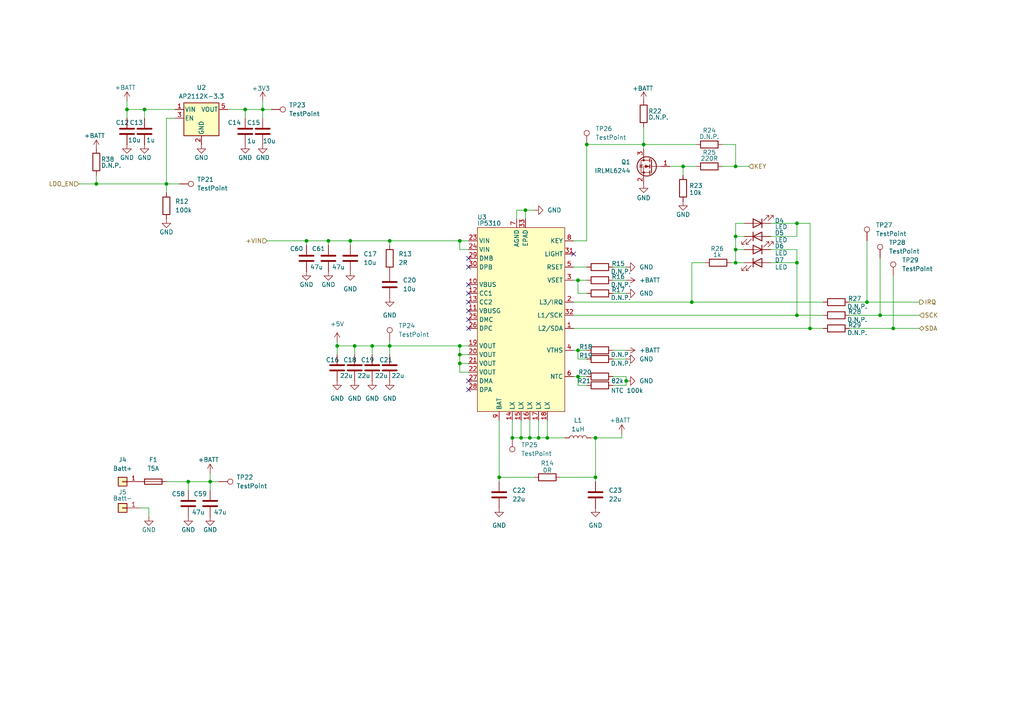
<source format=kicad_sch>
(kicad_sch (version 20231120) (generator "eeschema") (generator_version "8.0")
  (paper "A4")
  (lib_symbols
    (symbol "Connector:TestPoint" (pin_numbers hide) (pin_names (offset 0.762) hide)
      (property "Reference" "TP" (at 0 6.858 0))
      (property "Value" "TestPoint" (at 0 5.08 0))
      (symbol "TestPoint_0_1"
        (circle (center 0 3.302) (radius 0.762))
      )
      (symbol "TestPoint_1_1"
        (pin passive line (at 0 0 90) (length 2.54) (name "1") (number "1"))
      )
    )
    (symbol "Connector_Generic:Conn_01x01" (pin_names (offset 1.016) hide)
      (property "Reference" "J" (at 0 2.54 0))
      (property "Value" "Conn_01x01" (at 0 -2.54 0))
      (symbol "Conn_01x01_1_1"
        (rectangle (start -1.27 0.127) (end 0 -0.127) (stroke (width 0.1524)))
        (rectangle (start -1.27 1.27) (end 1.27 -1.27) (stroke (width 0.254)) (fill (type background)))
        (pin passive line (at -5.08 0 0) (length 3.81) (name "Pin_1") (number "1"))
      )
    )
    (symbol "Device:C" (pin_numbers hide) (pin_names (offset 0.254))
      (property "Reference" "C" (at 0.635 2.54 0))
      (property "Value" "C" (at 0.635 -2.54 0))
      (symbol "C_0_1"
        (polyline (pts (xy -2.032 -0.762) (xy 2.032 -0.762)) (stroke (width 0.508)))
        (polyline (pts (xy -2.032 0.762) (xy 2.032 0.762)) (stroke (width 0.508)))
      )
      (symbol "C_1_1"
        (pin passive line (at 0 3.81 270) (length 2.794) (name "~") (number "1"))
        (pin passive line (at 0 -3.81 90) (length 2.794) (name "~") (number "2"))
      )
    )
    (symbol "Device:Fuse" (pin_numbers hide) (pin_names (offset 0))
      (property "Reference" "F" (at 2.032 0 90))
      (property "Value" "Fuse" (at -1.905 0 90))
      (symbol "Fuse_0_1"
        (rectangle (start -0.762 -2.54) (end 0.762 2.54) (stroke (width 0.254)))
        (polyline (pts (xy 0 2.54) (xy 0 -2.54)))
      )
      (symbol "Fuse_1_1"
        (pin passive line (at 0 3.81 270) (length 1.27) (name "~") (number "1"))
        (pin passive line (at 0 -3.81 90) (length 1.27) (name "~") (number "2"))
      )
    )
    (symbol "Device:L" (pin_numbers hide) (pin_names (offset 1.016) hide)
      (property "Reference" "L" (at -1.27 0 90))
      (property "Value" "L" (at 1.905 0 90))
      (symbol "L_0_1"
        (arc (start 0 -2.54) (mid 0.6323 -1.905) (end 0 -1.27))
        (arc (start 0 -1.27) (mid 0.6323 -0.635) (end 0 0))
        (arc (start 0 0) (mid 0.6323 0.635) (end 0 1.27))
        (arc (start 0 1.27) (mid 0.6323 1.905) (end 0 2.54))
      )
      (symbol "L_1_1"
        (pin passive line (at 0 3.81 270) (length 1.27) (name "1") (number "1"))
        (pin passive line (at 0 -3.81 90) (length 1.27) (name "2") (number "2"))
      )
    )
    (symbol "Device:LED" (pin_numbers hide) (pin_names (offset 1.016) hide)
      (property "Reference" "D" (at 0 2.54 0))
      (property "Value" "LED" (at 0 -2.54 0))
      (symbol "LED_0_1"
        (polyline (pts (xy -1.27 -1.27) (xy -1.27 1.27)) (stroke (width 0.254)))
        (polyline (pts (xy -1.27 0) (xy 1.27 0)))
        (polyline (pts (xy 1.27 -1.27) (xy 1.27 1.27) (xy -1.27 0) (xy 1.27 -1.27)) (stroke (width 0.254)))
        (polyline (pts (xy -3.048 -0.762) (xy -4.572 -2.286) (xy -3.81 -2.286) (xy -4.572 -2.286) (xy -4.572 -1.524)))
        (polyline (pts (xy -1.778 -0.762) (xy -3.302 -2.286) (xy -2.54 -2.286) (xy -3.302 -2.286) (xy -3.302 -1.524)))
      )
      (symbol "LED_1_1"
        (pin passive line (at -3.81 0 0) (length 2.54) (name "K") (number "1"))
        (pin passive line (at 3.81 0 180) (length 2.54) (name "A") (number "2"))
      )
    )
    (symbol "Device:R" (pin_numbers hide) (pin_names (offset 0))
      (property "Reference" "R" (at 2.032 0 90))
      (property "Value" "R" (at 0 0 90))
      (symbol "R_0_1"
        (rectangle (start -1.016 -2.54) (end 1.016 2.54) (stroke (width 0.254)))
      )
      (symbol "R_1_1"
        (pin passive line (at 0 3.81 270) (length 1.27) (name "~") (number "1"))
        (pin passive line (at 0 -3.81 90) (length 1.27) (name "~") (number "2"))
      )
    )
    (symbol "Regulator_Linear:AP2112K-3.3" (pin_names (offset 0.254))
      (property "Reference" "U" (at -5.08 5.715 0))
      (property "Value" "AP2112K-3.3" (at 0 5.715 0))
      (symbol "AP2112K-3.3_0_1"
        (rectangle (start -5.08 4.445) (end 5.08 -5.08) (stroke (width 0.254)) (fill (type background)))
      )
      (symbol "AP2112K-3.3_1_1"
        (pin power_in line (at -7.62 2.54 0) (length 2.54) (name "VIN") (number "1"))
        (pin power_in line (at 0 -7.62 90) (length 2.54) (name "GND") (number "2"))
        (pin input line (at -7.62 0 0) (length 2.54) (name "EN") (number "3"))
        (pin no_connect line (at 5.08 0 180) (length 2.54) hide (name "NC") (number "4"))
        (pin power_out line (at 7.62 2.54 180) (length 2.54) (name "VOUT") (number "5"))
      )
    )
    (symbol "Transistor_FET:IRLML6244" (pin_names hide)
      (property "Reference" "Q" (at 5.08 1.905 0))
      (property "Value" "IRLML6244" (at 5.08 0 0))
      (symbol "IRLML6244_0_1"
        (polyline (pts (xy 0.254 0) (xy -2.54 0)))
        (polyline (pts (xy 0.254 1.905) (xy 0.254 -1.905)) (stroke (width 0.254)))
        (polyline (pts (xy 0.762 -1.27) (xy 0.762 -2.286)) (stroke (width 0.254)))
        (polyline (pts (xy 0.762 0.508) (xy 0.762 -0.508)) (stroke (width 0.254)))
        (polyline (pts (xy 0.762 2.286) (xy 0.762 1.27)) (stroke (width 0.254)))
        (polyline (pts (xy 2.54 2.54) (xy 2.54 1.778)))
        (polyline (pts (xy 2.54 -2.54) (xy 2.54 0) (xy 0.762 0)))
        (polyline (pts (xy 0.762 -1.778) (xy 3.302 -1.778) (xy 3.302 1.778) (xy 0.762 1.778)))
        (polyline (pts (xy 1.016 0) (xy 2.032 0.381) (xy 2.032 -0.381) (xy 1.016 0)) (fill (type outline)))
        (polyline (pts (xy 2.794 0.508) (xy 2.921 0.381) (xy 3.683 0.381) (xy 3.81 0.254)))
        (polyline (pts (xy 3.302 0.381) (xy 2.921 -0.254) (xy 3.683 -0.254) (xy 3.302 0.381)))
        (circle (center 1.651 0) (radius 2.794) (stroke (width 0.254)))
        (circle (center 2.54 -1.778) (radius 0.254) (fill (type outline)))
        (circle (center 2.54 1.778) (radius 0.254) (fill (type outline)))
      )
      (symbol "IRLML6244_1_1"
        (pin input line (at -5.08 0 0) (length 2.54) (name "G") (number "1"))
        (pin passive line (at 2.54 -5.08 90) (length 2.54) (name "S") (number "2"))
        (pin passive line (at 2.54 5.08 270) (length 2.54) (name "D") (number "3"))
      )
    )
    (symbol "library:IP5310"
      (property "Reference" "U" (at -11.938 22.606 0))
      (property "Value" "IP5310" (at 0 0 0))
      (symbol "IP5310_0_1"
        (rectangle (start -12.7 21.59) (end 12.7 -31.75) (fill (type background)))
      )
      (symbol "IP5310_1_1"
        (pin bidirectional line (at 15.24 -7.62 180) (length 2.54) (name "L2/SDA") (number "1"))
        (pin power_in line (at -15.24 5.08 0) (length 2.54) (name "VBUS") (number "10"))
        (pin output line (at -15.24 -2.54 0) (length 2.54) (name "VBUSG") (number "11"))
        (pin bidirectional line (at -15.24 2.54 0) (length 2.54) (name "CC1") (number "12"))
        (pin bidirectional line (at -15.24 0 0) (length 2.54) (name "CC2") (number "13"))
        (pin passive line (at -2.54 -34.29 90) (length 2.54) (name "LX") (number "14"))
        (pin passive line (at 0 -34.29 90) (length 2.54) (name "LX") (number "15"))
        (pin passive line (at 2.54 -34.29 90) (length 2.54) (name "LX") (number "16"))
        (pin passive line (at 5.08 -34.29 90) (length 2.54) (name "LX") (number "17"))
        (pin passive line (at 7.62 -34.29 90) (length 2.54) (name "LX") (number "18"))
        (pin power_out line (at -15.24 -12.7 0) (length 2.54) (name "VOUT") (number "19"))
        (pin output line (at 15.24 0 180) (length 2.54) (name "L3/IRQ") (number "2"))
        (pin power_out line (at -15.24 -15.24 0) (length 2.54) (name "VOUT") (number "20"))
        (pin power_out line (at -15.24 -17.78 0) (length 2.54) (name "VOUT") (number "21"))
        (pin power_out line (at -15.24 -20.32 0) (length 2.54) (name "VOUT") (number "22"))
        (pin power_in line (at -15.24 17.78 0) (length 2.54) (name "VIN") (number "23"))
        (pin power_in line (at -15.24 15.24 0) (length 2.54) (name "VIN") (number "24"))
        (pin output line (at -15.24 -5.08 0) (length 2.54) (name "DMC") (number "25"))
        (pin output line (at -15.24 -7.62 0) (length 2.54) (name "DPC") (number "26"))
        (pin output line (at -15.24 -22.86 0) (length 2.54) (name "DMA") (number "27"))
        (pin output line (at -15.24 -25.4 0) (length 2.54) (name "DPA") (number "28"))
        (pin free line (at -15.24 12.7 0) (length 2.54) (name "DMB") (number "29"))
        (pin input line (at 15.24 6.35 180) (length 2.54) (name "VSET") (number "3"))
        (pin free line (at -15.24 10.16 0) (length 2.54) (name "DPB") (number "30"))
        (pin output line (at 15.24 13.97 180) (length 2.54) (name "LIGHT") (number "31"))
        (pin output line (at 15.24 -3.81 180) (length 2.54) (name "L1/SCK") (number "32"))
        (pin power_in line (at 1.27 24.13 270) (length 2.54) (name "EPAD") (number "33"))
        (pin input line (at 15.24 -13.97 180) (length 2.54) (name "VTHS") (number "4"))
        (pin input line (at 15.24 10.16 180) (length 2.54) (name "RSET") (number "5"))
        (pin input line (at 15.24 -21.59 180) (length 2.54) (name "NTC") (number "6"))
        (pin power_in line (at -1.27 24.13 270) (length 2.54) (name "AGND") (number "7"))
        (pin input line (at 15.24 17.78 180) (length 2.54) (name "KEY") (number "8"))
        (pin power_in line (at -6.35 -34.29 90) (length 2.54) (name "BAT") (number "9"))
      )
    )
    (symbol "power:+1V0" (power) (pin_numbers hide) (pin_names (offset 0) hide)
      (property "Value" "+1V0" (at 0 3.556 0))
      (symbol "+1V0_0_1"
        (polyline (pts (xy -0.762 1.27) (xy 0 2.54)))
        (polyline (pts (xy 0 0) (xy 0 2.54)))
        (polyline (pts (xy 0 2.54) (xy 0.762 1.27)))
      )
      (symbol "+1V0_1_1"
        (pin power_in line (at 0 0 90) (length 0) (name "~") (number "1"))
      )
    )
    (symbol "power:+3V3" (power) (pin_numbers hide) (pin_names (offset 0) hide)
      (property "Value" "+3V3" (at 0 3.556 0))
      (symbol "+3V3_0_1"
        (polyline (pts (xy -0.762 1.27) (xy 0 2.54)))
        (polyline (pts (xy 0 0) (xy 0 2.54)))
        (polyline (pts (xy 0 2.54) (xy 0.762 1.27)))
      )
      (symbol "+3V3_1_1"
        (pin power_in line (at 0 0 90) (length 0) (name "~") (number "1"))
      )
    )
    (symbol "power:GND" (power) (pin_numbers hide) (pin_names (offset 0) hide)
      (property "Value" "GND" (at 0 -3.81 0))
      (symbol "GND_0_1"
        (polyline (pts (xy 0 0) (xy 0 -1.27) (xy 1.27 -1.27) (xy 0 -2.54) (xy -1.27 -1.27) (xy 0 -1.27)))
      )
      (symbol "GND_1_1"
        (pin power_in line (at 0 0 270) (length 0) (name "~") (number "1"))
      )
    )
  )
  (junction (at 148.59 127))
  (junction (at 213.36 68.58))
  (junction (at 231.14 64.77))
  (junction (at 156.21 127))
  (junction (at 186.69 41.91))
  (junction (at 36.83 31.75))
  (junction (at 151.13 127))
  (junction (at 172.72 138.43))
  (junction (at 102.87 100.33))
  (junction (at 113.03 69.85))
  (junction (at 200.66 87.63))
  (junction (at 259.08 95.25))
  (junction (at 153.67 127))
  (junction (at 213.36 48.26))
  (junction (at 133.35 105.41))
  (junction (at 107.95 100.33))
  (junction (at 97.79 100.33))
  (junction (at 167.64 81.28))
  (junction (at 54.61 139.7))
  (junction (at 170.18 41.91))
  (junction (at 213.36 72.39))
  (junction (at 88.9 69.85))
  (junction (at 144.78 138.43))
  (junction (at 251.46 87.63))
  (junction (at 48.26 53.34))
  (junction (at 158.75 127))
  (junction (at 76.2 31.75))
  (junction (at 133.35 69.85))
  (junction (at 167.64 101.6))
  (junction (at 234.95 95.25))
  (junction (at 181.61 110.49))
  (junction (at 255.27 91.44))
  (junction (at 152.4 60.96))
  (junction (at 27.94 53.34))
  (junction (at 133.35 102.87))
  (junction (at 113.03 100.33))
  (junction (at 101.6 69.85))
  (junction (at 41.91 31.75))
  (junction (at 172.72 127))
  (junction (at 60.96 139.7))
  (junction (at 133.35 100.33))
  (junction (at 198.12 48.26))
  (junction (at 231.14 91.44))
  (junction (at 95.25 69.85))
  (junction (at 71.12 31.75))
  (junction (at 213.36 76.2))
  (junction (at 167.64 109.22))
  (junction (at 231.14 76.2))
  (no_connect (at 135.89 95.25))
  (no_connect (at 135.89 113.03))
  (no_connect (at 135.89 82.55))
  (no_connect (at 135.89 85.09))
  (no_connect (at 135.89 77.47))
  (no_connect (at 135.89 110.49))
  (no_connect (at 135.89 90.17))
  (no_connect (at 135.89 74.93))
  (no_connect (at 135.89 92.71))
  (no_connect (at 166.37 73.66))
  (no_connect (at 135.89 87.63))
  (wire (pts (xy 251.46 69.85) (xy 251.46 87.63)))
  (wire (pts (xy 170.18 41.91) (xy 186.69 41.91)))
  (wire (pts (xy 113.03 69.85) (xy 101.6 69.85)))
  (wire (pts (xy 102.87 100.33) (xy 102.87 102.87)))
  (wire (pts (xy 166.37 87.63) (xy 200.66 87.63)))
  (wire (pts (xy 170.18 104.14) (xy 167.64 104.14)))
  (wire (pts (xy 198.12 48.26) (xy 201.93 48.26)))
  (wire (pts (xy 170.18 109.22) (xy 167.64 109.22)))
  (wire (pts (xy 177.8 101.6) (xy 181.61 101.6)))
  (wire (pts (xy 88.9 69.85) (xy 88.9 71.12)))
  (wire (pts (xy 133.35 102.87) (xy 133.35 100.33)))
  (wire (pts (xy 149.86 60.96) (xy 152.4 60.96)))
  (wire (pts (xy 186.69 41.91) (xy 201.93 41.91)))
  (wire (pts (xy 212.09 76.2) (xy 213.36 76.2)))
  (wire (pts (xy 231.14 68.58) (xy 223.52 68.58)))
  (wire (pts (xy 113.03 100.33) (xy 113.03 102.87)))
  (wire (pts (xy 177.8 81.28) (xy 181.61 81.28)))
  (wire (pts (xy 158.75 127) (xy 156.21 127)))
  (wire (pts (xy 41.91 31.75) (xy 36.83 31.75)))
  (wire (pts (xy 50.8 31.75) (xy 41.91 31.75)))
  (wire (pts (xy 166.37 101.6) (xy 167.64 101.6)))
  (wire (pts (xy 198.12 50.8) (xy 198.12 48.26)))
  (wire (pts (xy 97.79 100.33) (xy 97.79 102.87)))
  (wire (pts (xy 251.46 87.63) (xy 266.7 87.63)))
  (wire (pts (xy 77.47 69.85) (xy 88.9 69.85)))
  (wire (pts (xy 40.64 147.32) (xy 43.18 147.32)))
  (wire (pts (xy 231.14 64.77) (xy 231.14 68.58)))
  (wire (pts (xy 27.94 50.8) (xy 27.94 53.34)))
  (wire (pts (xy 166.37 77.47) (xy 170.18 77.47)))
  (wire (pts (xy 167.64 85.09) (xy 167.64 81.28)))
  (wire (pts (xy 246.38 95.25) (xy 259.08 95.25)))
  (wire (pts (xy 223.52 72.39) (xy 231.14 72.39)))
  (wire (pts (xy 181.61 109.22) (xy 181.61 110.49)))
  (wire (pts (xy 177.8 111.76) (xy 181.61 111.76)))
  (wire (pts (xy 166.37 81.28) (xy 167.64 81.28)))
  (wire (pts (xy 213.36 72.39) (xy 215.9 72.39)))
  (wire (pts (xy 259.08 80.01) (xy 259.08 95.25)))
  (wire (pts (xy 88.9 69.85) (xy 95.25 69.85)))
  (wire (pts (xy 48.26 53.34) (xy 48.26 55.88)))
  (wire (pts (xy 166.37 109.22) (xy 167.64 109.22)))
  (wire (pts (xy 166.37 69.85) (xy 170.18 69.85)))
  (wire (pts (xy 48.26 34.29) (xy 48.26 53.34)))
  (wire (pts (xy 209.55 48.26) (xy 213.36 48.26)))
  (wire (pts (xy 36.83 29.21) (xy 36.83 31.75)))
  (wire (pts (xy 259.08 95.25) (xy 266.7 95.25)))
  (wire (pts (xy 181.61 110.49) (xy 181.61 111.76)))
  (wire (pts (xy 255.27 91.44) (xy 266.7 91.44)))
  (wire (pts (xy 186.69 36.83) (xy 186.69 41.91)))
  (wire (pts (xy 135.89 107.95) (xy 133.35 107.95)))
  (wire (pts (xy 223.52 64.77) (xy 231.14 64.77)))
  (wire (pts (xy 213.36 76.2) (xy 215.9 76.2)))
  (wire (pts (xy 76.2 31.75) (xy 76.2 34.29)))
  (wire (pts (xy 60.96 139.7) (xy 60.96 137.16)))
  (wire (pts (xy 133.35 105.41) (xy 135.89 105.41)))
  (wire (pts (xy 172.72 138.43) (xy 172.72 127)))
  (wire (pts (xy 246.38 87.63) (xy 251.46 87.63)))
  (wire (pts (xy 170.18 69.85) (xy 170.18 41.91)))
  (wire (pts (xy 144.78 138.43) (xy 154.94 138.43)))
  (wire (pts (xy 60.96 139.7) (xy 63.5 139.7)))
  (wire (pts (xy 27.94 53.34) (xy 22.86 53.34)))
  (wire (pts (xy 151.13 121.92) (xy 151.13 127)))
  (wire (pts (xy 213.36 68.58) (xy 215.9 68.58)))
  (wire (pts (xy 60.96 139.7) (xy 60.96 142.24)))
  (wire (pts (xy 95.25 69.85) (xy 95.25 71.12)))
  (wire (pts (xy 135.89 72.39) (xy 133.35 72.39)))
  (wire (pts (xy 41.91 31.75) (xy 41.91 34.29)))
  (wire (pts (xy 107.95 100.33) (xy 107.95 102.87)))
  (wire (pts (xy 144.78 121.92) (xy 144.78 138.43)))
  (wire (pts (xy 158.75 121.92) (xy 158.75 127)))
  (wire (pts (xy 54.61 139.7) (xy 54.61 142.24)))
  (wire (pts (xy 152.4 60.96) (xy 154.94 60.96)))
  (wire (pts (xy 133.35 69.85) (xy 113.03 69.85)))
  (wire (pts (xy 166.37 95.25) (xy 234.95 95.25)))
  (wire (pts (xy 71.12 31.75) (xy 71.12 34.29)))
  (wire (pts (xy 186.69 41.91) (xy 186.69 43.18)))
  (wire (pts (xy 246.38 91.44) (xy 255.27 91.44)))
  (wire (pts (xy 170.18 111.76) (xy 167.64 111.76)))
  (wire (pts (xy 213.36 68.58) (xy 213.36 72.39)))
  (wire (pts (xy 172.72 127) (xy 180.34 127)))
  (wire (pts (xy 133.35 105.41) (xy 133.35 102.87)))
  (wire (pts (xy 167.64 101.6) (xy 170.18 101.6)))
  (wire (pts (xy 172.72 138.43) (xy 172.72 139.7)))
  (wire (pts (xy 71.12 31.75) (xy 76.2 31.75)))
  (wire (pts (xy 76.2 29.21) (xy 76.2 31.75)))
  (wire (pts (xy 48.26 139.7) (xy 54.61 139.7)))
  (wire (pts (xy 213.36 72.39) (xy 213.36 76.2)))
  (wire (pts (xy 153.67 121.92) (xy 153.67 127)))
  (wire (pts (xy 234.95 64.77) (xy 231.14 64.77)))
  (wire (pts (xy 149.86 63.5) (xy 149.86 60.96)))
  (wire (pts (xy 231.14 72.39) (xy 231.14 76.2)))
  (wire (pts (xy 48.26 53.34) (xy 27.94 53.34)))
  (wire (pts (xy 200.66 87.63) (xy 238.76 87.63)))
  (wire (pts (xy 162.56 138.43) (xy 172.72 138.43)))
  (wire (pts (xy 95.25 69.85) (xy 101.6 69.85)))
  (wire (pts (xy 148.59 127) (xy 148.59 121.92)))
  (wire (pts (xy 101.6 69.85) (xy 101.6 71.12)))
  (wire (pts (xy 231.14 91.44) (xy 231.14 76.2)))
  (wire (pts (xy 180.34 127) (xy 180.34 125.73)))
  (wire (pts (xy 66.04 31.75) (xy 71.12 31.75)))
  (wire (pts (xy 170.18 85.09) (xy 167.64 85.09)))
  (wire (pts (xy 135.89 100.33) (xy 133.35 100.33)))
  (wire (pts (xy 151.13 127) (xy 148.59 127)))
  (wire (pts (xy 234.95 95.25) (xy 238.76 95.25)))
  (wire (pts (xy 54.61 139.7) (xy 60.96 139.7)))
  (wire (pts (xy 135.89 69.85) (xy 133.35 69.85)))
  (wire (pts (xy 156.21 127) (xy 153.67 127)))
  (wire (pts (xy 163.83 127) (xy 158.75 127)))
  (wire (pts (xy 231.14 76.2) (xy 223.52 76.2)))
  (wire (pts (xy 172.72 127) (xy 171.45 127)))
  (wire (pts (xy 113.03 100.33) (xy 107.95 100.33)))
  (wire (pts (xy 76.2 31.75) (xy 78.74 31.75)))
  (wire (pts (xy 213.36 41.91) (xy 213.36 48.26)))
  (wire (pts (xy 167.64 111.76) (xy 167.64 109.22)))
  (wire (pts (xy 177.8 109.22) (xy 181.61 109.22)))
  (wire (pts (xy 177.8 77.47) (xy 181.61 77.47)))
  (wire (pts (xy 36.83 31.75) (xy 36.83 34.29)))
  (wire (pts (xy 209.55 41.91) (xy 213.36 41.91)))
  (wire (pts (xy 133.35 72.39) (xy 133.35 69.85)))
  (wire (pts (xy 144.78 138.43) (xy 144.78 139.7)))
  (wire (pts (xy 177.8 104.14) (xy 181.61 104.14)))
  (wire (pts (xy 167.64 101.6) (xy 167.64 104.14)))
  (wire (pts (xy 234.95 95.25) (xy 234.95 64.77)))
  (wire (pts (xy 200.66 76.2) (xy 204.47 76.2)))
  (wire (pts (xy 167.64 81.28) (xy 170.18 81.28)))
  (wire (pts (xy 50.8 34.29) (xy 48.26 34.29)))
  (wire (pts (xy 177.8 85.09) (xy 181.61 85.09)))
  (wire (pts (xy 213.36 64.77) (xy 213.36 68.58)))
  (wire (pts (xy 156.21 121.92) (xy 156.21 127)))
  (wire (pts (xy 107.95 100.33) (xy 102.87 100.33)))
  (wire (pts (xy 113.03 99.06) (xy 113.03 100.33)))
  (wire (pts (xy 213.36 64.77) (xy 215.9 64.77)))
  (wire (pts (xy 48.26 53.34) (xy 52.07 53.34)))
  (wire (pts (xy 152.4 60.96) (xy 152.4 63.5)))
  (wire (pts (xy 102.87 100.33) (xy 97.79 100.33)))
  (wire (pts (xy 133.35 100.33) (xy 113.03 100.33)))
  (wire (pts (xy 97.79 99.06) (xy 97.79 100.33)))
  (wire (pts (xy 200.66 87.63) (xy 200.66 76.2)))
  (wire (pts (xy 255.27 74.93) (xy 255.27 91.44)))
  (wire (pts (xy 113.03 69.85) (xy 113.03 71.12)))
  (wire (pts (xy 213.36 48.26) (xy 217.17 48.26)))
  (wire (pts (xy 133.35 102.87) (xy 135.89 102.87)))
  (wire (pts (xy 166.37 91.44) (xy 231.14 91.44)))
  (wire (pts (xy 198.12 48.26) (xy 194.31 48.26)))
  (wire (pts (xy 133.35 107.95) (xy 133.35 105.41)))
  (wire (pts (xy 153.67 127) (xy 151.13 127)))
  (wire (pts (xy 231.14 91.44) (xy 238.76 91.44)))
  (wire (pts (xy 43.18 147.32) (xy 43.18 149.86)))
  (hierarchical_label "LDO_EN" (shape input) (at 22.86 53.34 180))
  (hierarchical_label "+VIN" (shape input) (at 77.47 69.85 180))
  (hierarchical_label "IRQ" (shape output) (at 266.7 87.63 0))
  (hierarchical_label "KEY" (shape input) (at 217.17 48.26 0))
  (hierarchical_label "SDA" (shape bidirectional) (at 266.7 95.25 0))
  (hierarchical_label "SCK" (shape input) (at 266.7 91.44 0))
  (symbol (lib_id "power:GND") (at 71.12 41.91 0) (unit 1)
    (property "Reference" "#PWR033" (effects (hide yes)))
    (property "Value" "GND" (at 71.12 45.72 0))
    (property "Description" "Power symbol creates a global label with name \"GND\" , ground" (effects (hide yes)))
  )
  (symbol (lib_id "power:GND") (at 181.61 104.14 90) (unit 1)
    (property "Reference" "#PWR051" (effects (hide yes)))
    (property "Value" "GND" (at 185.42 104.1399 90) (effects (justify right)))
    (property "Description" "Power symbol creates a global label with name \"GND\" , ground" (effects (hide yes)))
  )
  (symbol (lib_id "power:GND") (at 102.87 110.49 0) (unit 1)
    (property "Reference" "#PWR039" (effects (hide yes)))
    (property "Value" "GND" (at 102.87 115.57 0))
    (property "Description" "Power symbol creates a global label with name \"GND\" , ground" (effects (hide yes)))
  )
  (symbol (lib_id "power:GND") (at 36.83 41.91 0) (unit 1)
    (property "Reference" "#PWR027" (effects (hide yes)))
    (property "Value" "GND" (at 36.83 45.72 0))
    (property "Description" "Power symbol creates a global label with name \"GND\" , ground" (effects (hide yes)))
  )
  (symbol (lib_id "Device:R") (at 173.99 85.09 90) (unit 1)
    (property "Reference" "R17" (at 179.324 84.074 90))
    (property "Value" "D.N.P." (at 180.086 86.36 90))
    (property "Footprint" "Resistor_SMD:R_0603_1608Metric" (effects (hide yes)))
    (property "Description" "Resistor" (effects (hide yes)))
  )
  (symbol (lib_id "power:GND") (at 76.2 41.91 0) (unit 1)
    (property "Reference" "#PWR035" (effects (hide yes)))
    (property "Value" "GND" (at 76.2 45.72 0))
    (property "Description" "Power symbol creates a global label with name \"GND\" , ground" (effects (hide yes)))
  )
  (symbol (lib_id "Device:R") (at 205.74 48.26 90) (unit 1)
    (property "Reference" "R25" (at 205.74 44.196 90))
    (property "Value" "220R" (at 205.74 45.974 90))
    (property "Footprint" "Resistor_SMD:R_0603_1608Metric" (effects (hide yes)))
    (property "Description" "Resistor" (effects (hide yes)))
  )
  (symbol (lib_id "Device:R") (at 173.99 111.76 90) (unit 1)
    (property "Reference" "R21" (at 169.418 110.49 90))
    (property "Value" "NTC 100k" (at 181.864 113.284 90))
    (property "Footprint" "Resistor_SMD:R_0603_1608Metric" (effects (hide yes)))
    (property "Description" "Resistor" (effects (hide yes)))
    (property "Part Number" "NCU18WF104F6SRB" (effects (hide yes)))
  )
  (symbol (lib_id "Device:R") (at 242.57 95.25 90) (unit 1)
    (property "Reference" "R29" (at 247.904 94.234 90))
    (property "Value" "D.N.P." (at 248.666 96.52 90))
    (property "Footprint" "Resistor_SMD:R_0603_1608Metric" (effects (hide yes)))
    (property "Description" "Resistor" (effects (hide yes)))
  )
  (symbol (lib_id "Device:C") (at 41.91 38.1 0) (unit 1)
    (property "Reference" "C13" (at 37.592 35.56 0) (effects (justify left)))
    (property "Value" "1u" (at 42.418 40.64 0) (effects (justify left)))
    (property "Footprint" "Capacitor_SMD:C_0603_1608Metric" (effects (hide yes)))
    (property "Description" "Unpolarized capacitor" (effects (hide yes)))
  )
  (symbol (lib_id "Device:C") (at 107.95 106.68 0) (unit 1)
    (property "Reference" "C19" (at 104.648 104.394 0) (effects (justify left)))
    (property "Value" "22u" (at 108.712 108.966 0) (effects (justify left)))
    (property "Footprint" "Capacitor_SMD:C_0603_1608Metric" (effects (hide yes)))
    (property "Description" "Unpolarized capacitor" (effects (hide yes)))
  )
  (symbol (lib_id "Regulator_Linear:AP2112K-3.3") (at 58.42 34.29 0) (unit 1)
    (property "Reference" "U2" (at 58.42 25.4 0))
    (property "Value" "AP2112K-3.3" (at 58.42 27.94 0))
    (property "Footprint" "Package_TO_SOT_SMD:SOT-23-5" (effects (hide yes)))
    (property "Datasheet" "https://www.diodes.com/assets/Datasheets/AP2112.pdf" (effects (hide yes)))
    (property "Description" "600mA low dropout linear regulator, with enable pin, 3.8V-6V input voltage range, 3.3V fixed positive output, SOT-23-5" (effects (hide yes)))
  )
  (symbol (lib_id "Connector:TestPoint") (at 52.07 53.34 270) (unit 1)
    (property "Reference" "TP21" (at 57.15 52.0699 90) (effects (justify left)))
    (property "Value" "TestPoint" (at 57.15 54.6099 90) (effects (justify left)))
    (property "Footprint" "TestPoint:TestPoint_Pad_D1.5mm" (effects (hide yes)))
    (property "Description" "test point" (effects (hide yes)))
  )
  (symbol (lib_id "Device:Fuse") (at 44.45 139.7 90) (unit 1)
    (property "Reference" "F1" (at 44.45 133.35 90))
    (property "Value" "T5A" (at 44.45 135.89 90))
    (property "Footprint" "Fuse:Fuse_0603_1608Metric" (effects (hide yes)))
    (property "Description" "Fuse" (effects (hide yes)))
  )
  (symbol (lib_id "Device:R") (at 208.28 76.2 90) (unit 1)
    (property "Reference" "R26" (at 208.026 72.136 90))
    (property "Value" "1k" (at 208.026 73.914 90))
    (property "Footprint" "Resistor_SMD:R_0603_1608Metric" (effects (hide yes)))
    (property "Description" "Resistor" (effects (hide yes)))
  )
  (symbol (lib_id "Device:C") (at 113.03 82.55 0) (unit 1)
    (property "Reference" "C20" (at 116.84 81.2799 0) (effects (justify left)))
    (property "Value" "10u" (at 116.84 83.8199 0) (effects (justify left)))
    (property "Footprint" "Capacitor_SMD:C_0603_1608Metric" (effects (hide yes)))
    (property "Description" "Unpolarized capacitor" (effects (hide yes)))
  )
  (symbol (lib_id "Connector:TestPoint") (at 78.74 31.75 270) (unit 1)
    (property "Reference" "TP23" (at 83.82 30.4799 90) (effects (justify left)))
    (property "Value" "TestPoint" (at 83.82 33.0199 90) (effects (justify left)))
    (property "Footprint" "TestPoint:TestPoint_Pad_D1.5mm" (effects (hide yes)))
    (property "Description" "test point" (effects (hide yes)))
  )
  (symbol (lib_id "Device:C") (at 172.72 143.51 0) (unit 1)
    (property "Reference" "C23" (at 176.53 142.2399 0) (effects (justify left)))
    (property "Value" "22u" (at 176.53 144.7799 0) (effects (justify left)))
    (property "Footprint" "Capacitor_SMD:C_0603_1608Metric" (effects (hide yes)))
    (property "Description" "Unpolarized capacitor" (effects (hide yes)))
  )
  (symbol (lib_id "power:+1V0") (at 27.94 43.18 0) (unit 1)
    (property "Reference" "#PWR0129" (effects (hide yes)))
    (property "Value" "+BATT" (at 27.432 39.37 0))
    (property "Description" "Power symbol creates a global label with name \"+1V0\"" (effects (hide yes)))
  )
  (symbol (lib_id "Device:C") (at 97.79 106.68 0) (unit 1)
    (property "Reference" "C16" (at 94.488 104.394 0) (effects (justify left)))
    (property "Value" "22u" (at 98.552 108.966 0) (effects (justify left)))
    (property "Footprint" "Capacitor_SMD:C_0603_1608Metric" (effects (hide yes)))
    (property "Description" "Unpolarized capacitor" (effects (hide yes)))
  )
  (symbol (lib_id "Device:C") (at 88.9 74.93 0) (unit 1)
    (property "Reference" "C60" (at 84.074 72.136 0) (effects (justify left)))
    (property "Value" "47u" (at 89.916 77.47 0) (effects (justify left)))
    (property "Footprint" "Capacitor_SMD:C_0805_2012Metric" (effects (hide yes)))
    (property "Description" "Unpolarized capacitor" (effects (hide yes)))
  )
  (symbol (lib_id "Device:C") (at 144.78 143.51 0) (unit 1)
    (property "Reference" "C22" (at 148.59 142.2399 0) (effects (justify left)))
    (property "Value" "22u" (at 148.59 144.7799 0) (effects (justify left)))
    (property "Footprint" "Capacitor_SMD:C_0603_1608Metric" (effects (hide yes)))
    (property "Description" "Unpolarized capacitor" (effects (hide yes)))
  )
  (symbol (lib_id "power:GND") (at 58.42 41.91 0) (unit 1)
    (property "Reference" "#PWR032" (effects (hide yes)))
    (property "Value" "GND" (at 58.42 45.72 0))
    (property "Description" "Power symbol creates a global label with name \"GND\" , ground" (effects (hide yes)))
  )
  (symbol (lib_id "Device:C") (at 60.96 146.05 0) (unit 1)
    (property "Reference" "C59" (at 56.134 143.256 0) (effects (justify left)))
    (property "Value" "47u" (at 61.976 148.59 0) (effects (justify left)))
    (property "Footprint" "Capacitor_SMD:C_0805_2012Metric" (effects (hide yes)))
    (property "Description" "Unpolarized capacitor" (effects (hide yes)))
  )
  (symbol (lib_id "Connector_Generic:Conn_01x01") (at 35.56 147.32 180) (unit 1)
    (property "Reference" "J5" (at 35.56 142.748 0))
    (property "Value" "Batt-" (at 35.56 144.526 0))
    (property "Footprint" "TestPoint:TestPoint_THTPad_2.0x2.0mm_Drill1.0mm" (effects (hide yes)))
    (property "Description" "Generic connector, single row, 01x01, script generated (kicad-library-utils/schlib/autogen/connector/)" (effects (hide yes)))
  )
  (symbol (lib_id "power:GND") (at 43.18 149.86 0) (unit 1)
    (property "Reference" "#PWR029" (effects (hide yes)))
    (property "Value" "GND" (at 43.18 153.67 0))
    (property "Description" "Power symbol creates a global label with name \"GND\" , ground" (effects (hide yes)))
  )
  (symbol (lib_id "Device:LED") (at 219.71 68.58 0) (unit 1)
    (property "Reference" "D5" (at 226.06 67.564 0))
    (property "Value" "LED" (at 226.568 69.596 0))
    (property "Footprint" "LED_SMD:LED_0603_1608Metric" (effects (hide yes)))
    (property "Description" "Light emitting diode" (effects (hide yes)))
  )
  (symbol (lib_id "Device:R") (at 158.75 138.43 90) (unit 1)
    (property "Reference" "R14" (at 158.75 134.366 90))
    (property "Value" "0R" (at 158.75 136.398 90))
    (property "Footprint" "Resistor_SMD:R_0603_1608Metric" (effects (hide yes)))
    (property "Description" "Resistor" (effects (hide yes)))
  )
  (symbol (lib_id "power:GND") (at 181.61 77.47 90) (unit 1)
    (property "Reference" "#PWR047" (effects (hide yes)))
    (property "Value" "GND" (at 185.42 77.4699 90) (effects (justify right)))
    (property "Description" "Power symbol creates a global label with name \"GND\" , ground" (effects (hide yes)))
  )
  (symbol (lib_id "Device:R") (at 242.57 87.63 90) (unit 1)
    (property "Reference" "R27" (at 247.904 86.614 90))
    (property "Value" "D.N.P." (at 248.666 88.9 90))
    (property "Footprint" "Resistor_SMD:R_0603_1608Metric" (effects (hide yes)))
    (property "Description" "Resistor" (effects (hide yes)))
  )
  (symbol (lib_id "Device:C") (at 101.6 74.93 0) (unit 1)
    (property "Reference" "C17" (at 105.41 73.6599 0) (effects (justify left)))
    (property "Value" "10u" (at 105.41 76.1999 0) (effects (justify left)))
    (property "Footprint" "Capacitor_SMD:C_0603_1608Metric" (effects (hide yes)))
    (property "Description" "Unpolarized capacitor" (effects (hide yes)))
  )
  (symbol (lib_id "power:GND") (at 97.79 110.49 0) (unit 1)
    (property "Reference" "#PWR037" (effects (hide yes)))
    (property "Value" "GND" (at 97.79 115.57 0))
    (property "Description" "Power symbol creates a global label with name \"GND\" , ground" (effects (hide yes)))
  )
  (symbol (lib_id "power:+1V0") (at 181.61 81.28 270) (unit 1)
    (property "Reference" "#PWR048" (effects (hide yes)))
    (property "Value" "+BATT" (at 185.42 81.2799 90) (effects (justify left)))
    (property "Description" "Power symbol creates a global label with name \"+1V0\"" (effects (hide yes)))
  )
  (symbol (lib_id "Device:LED") (at 219.71 64.77 180) (unit 1)
    (property "Reference" "D4" (at 226.06 64.008 0))
    (property "Value" "LED" (at 226.568 65.786 0))
    (property "Footprint" "LED_SMD:LED_0603_1608Metric" (effects (hide yes)))
    (property "Description" "Light emitting diode" (effects (hide yes)))
  )
  (symbol (lib_id "Device:R") (at 27.94 46.99 180) (unit 1)
    (property "Reference" "R38" (at 31.242 46.228 0))
    (property "Value" "D.N.P." (at 32.258 48.006 0))
    (property "Footprint" "Resistor_SMD:R_0603_1608Metric" (effects (hide yes)))
    (property "Description" "Resistor" (effects (hide yes)))
  )
  (symbol (lib_id "power:GND") (at 198.12 58.42 0) (unit 1)
    (property "Reference" "#PWR055" (effects (hide yes)))
    (property "Value" "GND" (at 198.12 62.23 0))
    (property "Description" "Power symbol creates a global label with name \"GND\" , ground" (effects (hide yes)))
  )
  (symbol (lib_id "Connector:TestPoint") (at 63.5 139.7 270) (unit 1)
    (property "Reference" "TP22" (at 68.58 138.4299 90) (effects (justify left)))
    (property "Value" "TestPoint" (at 68.58 140.9699 90) (effects (justify left)))
    (property "Footprint" "TestPoint:TestPoint_Pad_D1.5mm" (effects (hide yes)))
    (property "Description" "test point" (effects (hide yes)))
  )
  (symbol (lib_id "power:GND") (at 107.95 110.49 0) (unit 1)
    (property "Reference" "#PWR040" (effects (hide yes)))
    (property "Value" "GND" (at 107.95 115.57 0))
    (property "Description" "Power symbol creates a global label with name \"GND\" , ground" (effects (hide yes)))
  )
  (symbol (lib_id "power:+3V3") (at 76.2 29.21 0) (unit 1)
    (property "Reference" "#PWR034" (effects (hide yes)))
    (property "Value" "+3V3" (at 75.692 25.654 0))
    (property "Description" "Power symbol creates a global label with name \"+3V3\"" (effects (hide yes)))
  )
  (symbol (lib_id "power:GND") (at 88.9 78.74 0) (unit 1)
    (property "Reference" "#PWR0140" (effects (hide yes)))
    (property "Value" "GND" (at 88.9 82.55 0))
    (property "Description" "Power symbol creates a global label with name \"GND\" , ground" (effects (hide yes)))
  )
  (symbol (lib_id "Device:R") (at 173.99 109.22 90) (unit 1)
    (property "Reference" "R20" (at 169.672 107.95 90))
    (property "Value" "82k" (at 179.07 110.49 90))
    (property "Footprint" "Resistor_SMD:R_0603_1608Metric" (effects (hide yes)))
    (property "Description" "Resistor" (effects (hide yes)))
  )
  (symbol (lib_id "power:GND") (at 41.91 41.91 0) (unit 1)
    (property "Reference" "#PWR028" (effects (hide yes)))
    (property "Value" "GND" (at 41.91 45.72 0))
    (property "Description" "Power symbol creates a global label with name \"GND\" , ground" (effects (hide yes)))
  )
  (symbol (lib_id "Connector:TestPoint") (at 259.08 80.01 0) (unit 1)
    (property "Reference" "TP29" (at 261.62 75.4379 0) (effects (justify left)))
    (property "Value" "TestPoint" (at 261.62 77.9779 0) (effects (justify left)))
    (property "Footprint" "TestPoint:TestPoint_Pad_D1.5mm" (effects (hide yes)))
    (property "Description" "test point" (effects (hide yes)))
  )
  (symbol (lib_id "Device:R") (at 173.99 101.6 90) (unit 1)
    (property "Reference" "R18" (at 169.926 100.584 90))
    (property "Value" "D.N.P." (at 180.086 102.87 90))
    (property "Footprint" "Resistor_SMD:R_0603_1608Metric" (effects (hide yes)))
    (property "Description" "Resistor" (effects (hide yes)))
  )
  (symbol (lib_id "Connector:TestPoint") (at 251.46 69.85 0) (unit 1)
    (property "Reference" "TP27" (at 254 65.2779 0) (effects (justify left)))
    (property "Value" "TestPoint" (at 254 67.8179 0) (effects (justify left)))
    (property "Footprint" "TestPoint:TestPoint_Pad_D1.5mm" (effects (hide yes)))
    (property "Description" "test point" (effects (hide yes)))
  )
  (symbol (lib_id "library:IP5310") (at 151.13 87.63 0) (unit 1)
    (property "Reference" "U3" (at 138.43 62.992 0) (effects (justify left)))
    (property "Value" "IP5310" (at 138.43 64.77 0) (effects (justify left)))
    (property "Footprint" "Package_DFN_QFN:QFN-32-1EP_5x5mm_P0.5mm_EP3.3x3.3mm_ThermalVias" (effects (hide yes)))
    (property "Datasheet" "http://www.injoinic.com/wwwroot/uploads/files/20200221/a7a6128e03ee193cf35e48b28e3df9df.pdf" (effects (hide yes)))
    (property "Description" "Integrated USB TYPE-C Power Bank System-On-Chip with 3A charger, 3.1A discharger" (effects (hide yes)))
  )
  (symbol (lib_id "Device:R") (at 205.74 41.91 90) (unit 1)
    (property "Reference" "R24" (at 205.74 37.846 90))
    (property "Value" "D.N.P." (at 205.74 39.624 90))
    (property "Footprint" "Resistor_SMD:R_0603_1608Metric" (effects (hide yes)))
    (property "Description" "Resistor" (effects (hide yes)))
  )
  (symbol (lib_id "Connector:TestPoint") (at 113.03 99.06 0) (unit 1)
    (property "Reference" "TP24" (at 115.57 94.4879 0) (effects (justify left)))
    (property "Value" "TestPoint" (at 115.57 97.0279 0) (effects (justify left)))
    (property "Footprint" "TestPoint:TestPoint_Pad_D1.5mm" (effects (hide yes)))
    (property "Description" "test point" (effects (hide yes)))
  )
  (symbol (lib_id "Device:C") (at 113.03 106.68 0) (unit 1)
    (property "Reference" "C21" (at 109.982 104.394 0) (effects (justify left)))
    (property "Value" "22u" (at 113.538 108.966 0) (effects (justify left)))
    (property "Footprint" "Capacitor_SMD:C_0603_1608Metric" (effects (hide yes)))
    (property "Description" "Unpolarized capacitor" (effects (hide yes)))
  )
  (symbol (lib_id "power:GND") (at 181.61 110.49 90) (unit 1)
    (property "Reference" "#PWR052" (effects (hide yes)))
    (property "Value" "GND" (at 185.42 110.4899 90) (effects (justify right)))
    (property "Description" "Power symbol creates a global label with name \"GND\" , ground" (effects (hide yes)))
  )
  (symbol (lib_id "power:GND") (at 154.94 60.96 90) (unit 1)
    (property "Reference" "#PWR044" (effects (hide yes)))
    (property "Value" "GND" (at 158.75 60.9599 90) (effects (justify right)))
    (property "Description" "Power symbol creates a global label with name \"GND\" , ground" (effects (hide yes)))
  )
  (symbol (lib_id "power:GND") (at 54.61 149.86 0) (unit 1)
    (property "Reference" "#PWR0138" (effects (hide yes)))
    (property "Value" "GND" (at 54.61 153.67 0))
    (property "Description" "Power symbol creates a global label with name \"GND\" , ground" (effects (hide yes)))
  )
  (symbol (lib_id "Device:C") (at 102.87 106.68 0) (unit 1)
    (property "Reference" "C18" (at 99.568 104.394 0) (effects (justify left)))
    (property "Value" "22u" (at 103.632 108.966 0) (effects (justify left)))
    (property "Footprint" "Capacitor_SMD:C_0603_1608Metric" (effects (hide yes)))
    (property "Description" "Unpolarized capacitor" (effects (hide yes)))
  )
  (symbol (lib_id "power:+1V0") (at 60.96 137.16 0) (unit 1)
    (property "Reference" "#PWR031" (effects (hide yes)))
    (property "Value" "+BATT" (at 60.452 133.35 0))
    (property "Description" "Power symbol creates a global label with name \"+1V0\"" (effects (hide yes)))
  )
  (symbol (lib_id "power:GND") (at 48.26 63.5 0) (unit 1)
    (property "Reference" "#PWR030" (effects (hide yes)))
    (property "Value" "GND" (at 48.26 67.31 0))
    (property "Description" "Power symbol creates a global label with name \"GND\" , ground" (effects (hide yes)))
  )
  (symbol (lib_id "Device:C") (at 54.61 146.05 0) (unit 1)
    (property "Reference" "C58" (at 49.784 143.256 0) (effects (justify left)))
    (property "Value" "47u" (at 55.626 148.59 0) (effects (justify left)))
    (property "Footprint" "Capacitor_SMD:C_0805_2012Metric" (effects (hide yes)))
    (property "Description" "Unpolarized capacitor" (effects (hide yes)))
  )
  (symbol (lib_id "power:GND") (at 101.6 78.74 0) (unit 1)
    (property "Reference" "#PWR038" (effects (hide yes)))
    (property "Value" "GND" (at 101.6 83.82 0))
    (property "Description" "Power symbol creates a global label with name \"GND\" , ground" (effects (hide yes)))
  )
  (symbol (lib_id "power:GND") (at 181.61 85.09 90) (unit 1)
    (property "Reference" "#PWR049" (effects (hide yes)))
    (property "Value" "GND" (at 185.42 85.0899 90) (effects (justify right)))
    (property "Description" "Power symbol creates a global label with name \"GND\" , ground" (effects (hide yes)))
  )
  (symbol (lib_id "Connector:TestPoint") (at 148.59 127 180) (unit 1)
    (property "Reference" "TP25" (at 151.13 129.0319 0) (effects (justify right)))
    (property "Value" "TestPoint" (at 151.13 131.5719 0) (effects (justify right)))
    (property "Footprint" "TestPoint:TestPoint_Pad_D1.5mm" (effects (hide yes)))
    (property "Description" "test point" (effects (hide yes)))
  )
  (symbol (lib_id "Device:R") (at 48.26 59.69 180) (unit 1)
    (property "Reference" "R12" (at 50.8 58.4199 0) (effects (justify right)))
    (property "Value" "100k" (at 50.8 60.9599 0) (effects (justify right)))
    (property "Footprint" "Resistor_SMD:R_0603_1608Metric" (effects (hide yes)))
    (property "Description" "Resistor" (effects (hide yes)))
  )
  (symbol (lib_id "power:+1V0") (at 186.69 29.21 0) (unit 1)
    (property "Reference" "#PWR053" (effects (hide yes)))
    (property "Value" "+BATT" (at 186.436 25.654 0))
    (property "Description" "Power symbol creates a global label with name \"+1V0\"" (effects (hide yes)))
  )
  (symbol (lib_id "power:GND") (at 95.25 78.74 0) (unit 1)
    (property "Reference" "#PWR0141" (effects (hide yes)))
    (property "Value" "GND" (at 95.25 82.55 0))
    (property "Description" "Power symbol creates a global label with name \"GND\" , ground" (effects (hide yes)))
  )
  (symbol (lib_id "Device:C") (at 36.83 38.1 0) (unit 1)
    (property "Reference" "C12" (at 33.528 35.56 0) (effects (justify left)))
    (property "Value" "10u" (at 37.084 40.64 0) (effects (justify left)))
    (property "Footprint" "Capacitor_SMD:C_0603_1608Metric" (effects (hide yes)))
    (property "Description" "Unpolarized capacitor" (effects (hide yes)))
  )
  (symbol (lib_id "power:GND") (at 186.69 53.34 0) (unit 1)
    (property "Reference" "#PWR054" (effects (hide yes)))
    (property "Value" "GND" (at 186.69 57.404 0))
    (property "Description" "Power symbol creates a global label with name \"GND\" , ground" (effects (hide yes)))
  )
  (symbol (lib_id "Device:C") (at 71.12 38.1 0) (unit 1)
    (property "Reference" "C14" (at 66.04 35.56 0) (effects (justify left)))
    (property "Value" "1u" (at 71.628 40.894 0) (effects (justify left)))
    (property "Footprint" "Capacitor_SMD:C_0603_1608Metric" (effects (hide yes)))
    (property "Description" "Unpolarized capacitor" (effects (hide yes)))
  )
  (symbol (lib_id "Device:R") (at 198.12 54.61 180) (unit 1)
    (property "Reference" "R23" (at 199.898 53.848 0) (effects (justify right)))
    (property "Value" "10k" (at 199.898 55.88 0) (effects (justify right)))
    (property "Footprint" "Resistor_SMD:R_0603_1608Metric" (effects (hide yes)))
    (property "Description" "Resistor" (effects (hide yes)))
  )
  (symbol (lib_id "Device:LED") (at 219.71 76.2 0) (unit 1)
    (property "Reference" "D7" (at 226.06 75.438 0))
    (property "Value" "LED" (at 226.568 77.47 0))
    (property "Footprint" "LED_SMD:LED_0603_1608Metric" (effects (hide yes)))
    (property "Description" "Light emitting diode" (effects (hide yes)))
  )
  (symbol (lib_id "Device:L") (at 167.64 127 90) (unit 1)
    (property "Reference" "L1" (at 167.64 121.92 90))
    (property "Value" "1uH" (at 167.64 124.46 90))
    (property "Footprint" "Inductor_SMD:L_PCC-M1040M-LP" (effects (hide yes)))
    (property "Description" "ETQP4M1R0KVC" (effects (hide yes)))
    (property "Part Number" "ETQP4M1R0KVC" (effects (hide yes)))
  )
  (symbol (lib_id "Device:R") (at 113.03 74.93 180) (unit 1)
    (property "Reference" "R13" (at 115.57 73.6599 0) (effects (justify right)))
    (property "Value" "2R" (at 115.57 76.1999 0) (effects (justify right)))
    (property "Footprint" "Resistor_SMD:R_0603_1608Metric" (effects (hide yes)))
    (property "Description" "Resistor" (effects (hide yes)))
  )
  (symbol (lib_id "power:GND") (at 144.78 147.32 0) (unit 1)
    (property "Reference" "#PWR043" (effects (hide yes)))
    (property "Value" "GND" (at 144.78 152.4 0))
    (property "Description" "Power symbol creates a global label with name \"GND\" , ground" (effects (hide yes)))
  )
  (symbol (lib_id "Connector:TestPoint") (at 170.18 41.91 0) (unit 1)
    (property "Reference" "TP26" (at 172.72 37.3379 0) (effects (justify left)))
    (property "Value" "TestPoint" (at 172.72 39.8779 0) (effects (justify left)))
    (property "Footprint" "TestPoint:TestPoint_Pad_D1.5mm" (effects (hide yes)))
    (property "Description" "test point" (effects (hide yes)))
  )
  (symbol (lib_id "Device:R") (at 173.99 77.47 90) (unit 1)
    (property "Reference" "R15" (at 179.324 76.454 90))
    (property "Value" "D.N.P." (at 180.086 78.74 90))
    (property "Footprint" "Resistor_SMD:R_0603_1608Metric" (effects (hide yes)))
    (property "Description" "Resistor" (effects (hide yes)))
  )
  (symbol (lib_id "Device:C") (at 95.25 74.93 0) (unit 1)
    (property "Reference" "C61" (at 90.424 72.136 0) (effects (justify left)))
    (property "Value" "47u" (at 96.266 77.47 0) (effects (justify left)))
    (property "Footprint" "Capacitor_SMD:C_0805_2012Metric" (effects (hide yes)))
    (property "Description" "Unpolarized capacitor" (effects (hide yes)))
  )
  (symbol (lib_id "power:+1V0") (at 180.34 125.73 0) (unit 1)
    (property "Reference" "#PWR046" (effects (hide yes)))
    (property "Value" "+BATT" (at 179.832 121.92 0))
    (property "Description" "Power symbol creates a global label with name \"+1V0\"" (effects (hide yes)))
  )
  (symbol (lib_id "Device:R") (at 173.99 104.14 90) (unit 1)
    (property "Reference" "R19" (at 169.926 103.124 90))
    (property "Value" "D.N.P." (at 180.086 105.41 90))
    (property "Footprint" "Resistor_SMD:R_0603_1608Metric" (effects (hide yes)))
    (property "Description" "Resistor" (effects (hide yes)))
  )
  (symbol (lib_id "Connector:TestPoint") (at 255.27 74.93 0) (unit 1)
    (property "Reference" "TP28" (at 257.81 70.3579 0) (effects (justify left)))
    (property "Value" "TestPoint" (at 257.81 72.8979 0) (effects (justify left)))
    (property "Footprint" "TestPoint:TestPoint_Pad_D1.5mm" (effects (hide yes)))
    (property "Description" "test point" (effects (hide yes)))
  )
  (symbol (lib_id "power:+1V0") (at 181.61 101.6 270) (unit 1)
    (property "Reference" "#PWR050" (effects (hide yes)))
    (property "Value" "+BATT" (at 185.42 101.5999 90) (effects (justify left)))
    (property "Description" "Power symbol creates a global label with name \"+1V0\"" (effects (hide yes)))
  )
  (symbol (lib_id "power:GND") (at 113.03 86.36 0) (unit 1)
    (property "Reference" "#PWR041" (effects (hide yes)))
    (property "Value" "GND" (at 113.03 91.44 0))
    (property "Description" "Power symbol creates a global label with name \"GND\" , ground" (effects (hide yes)))
  )
  (symbol (lib_id "Device:C") (at 76.2 38.1 0) (unit 1)
    (property "Reference" "C15" (at 71.628 35.56 0) (effects (justify left)))
    (property "Value" "10u" (at 76.2 40.894 0) (effects (justify left)))
    (property "Footprint" "Capacitor_SMD:C_0603_1608Metric" (effects (hide yes)))
    (property "Description" "Unpolarized capacitor" (effects (hide yes)))
  )
  (symbol (lib_id "power:GND") (at 113.03 110.49 0) (unit 1)
    (property "Reference" "#PWR042" (effects (hide yes)))
    (property "Value" "GND" (at 113.03 115.57 0))
    (property "Description" "Power symbol creates a global label with name \"GND\" , ground" (effects (hide yes)))
  )
  (symbol (lib_id "Device:R") (at 242.57 91.44 90) (unit 1)
    (property "Reference" "R28" (at 247.904 90.424 90))
    (property "Value" "D.N.P." (at 248.666 92.71 90))
    (property "Footprint" "Resistor_SMD:R_0603_1608Metric" (effects (hide yes)))
    (property "Description" "Resistor" (effects (hide yes)))
  )
  (symbol (lib_id "power:+1V0") (at 36.83 29.21 0) (unit 1)
    (property "Reference" "#PWR026" (effects (hide yes)))
    (property "Value" "+BATT" (at 36.322 25.4 0))
    (property "Description" "Power symbol creates a global label with name \"+1V0\"" (effects (hide yes)))
  )
  (symbol (lib_id "Device:LED") (at 219.71 72.39 180) (unit 1)
    (property "Reference" "D6" (at 226.06 71.374 0))
    (property "Value" "LED" (at 226.568 73.406 0))
    (property "Footprint" "LED_SMD:LED_0603_1608Metric" (effects (hide yes)))
    (property "Description" "Light emitting diode" (effects (hide yes)))
  )
  (symbol (lib_id "power:+1V0") (at 97.79 99.06 0) (unit 1)
    (property "Reference" "#PWR036" (effects (hide yes)))
    (property "Value" "+5V" (at 97.79 93.98 0))
    (property "Description" "Power symbol creates a global label with name \"+1V0\"" (effects (hide yes)))
  )
  (symbol (lib_id "Device:R") (at 173.99 81.28 90) (unit 1)
    (property "Reference" "R16" (at 179.324 80.264 90))
    (property "Value" "D.N.P." (at 180.086 82.55 90))
    (property "Footprint" "Resistor_SMD:R_0603_1608Metric" (effects (hide yes)))
    (property "Description" "Resistor" (effects (hide yes)))
  )
  (symbol (lib_id "power:GND") (at 172.72 147.32 0) (unit 1)
    (property "Reference" "#PWR045" (effects (hide yes)))
    (property "Value" "GND" (at 172.72 152.4 0))
    (property "Description" "Power symbol creates a global label with name \"GND\" , ground" (effects (hide yes)))
  )
  (symbol (lib_id "power:GND") (at 60.96 149.86 0) (unit 1)
    (property "Reference" "#PWR0139" (effects (hide yes)))
    (property "Value" "GND" (at 60.96 153.67 0))
    (property "Description" "Power symbol creates a global label with name \"GND\" , ground" (effects (hide yes)))
  )
  (symbol (lib_id "Device:R") (at 186.69 33.02 180) (unit 1)
    (property "Reference" "R22" (at 189.992 32.258 0))
    (property "Value" "D.N.P." (at 191.008 34.036 0))
    (property "Footprint" "Resistor_SMD:R_0603_1608Metric" (effects (hide yes)))
    (property "Description" "Resistor" (effects (hide yes)))
  )
  (symbol (lib_id "Transistor_FET:IRLML6244") (at 189.23 48.26 0) (mirror y) (unit 1)
    (property "Reference" "Q1" (at 182.88 46.9899 0) (effects (justify left)))
    (property "Value" "IRLML6244" (at 182.88 49.5299 0) (effects (justify left)))
    (property "Footprint" "Package_TO_SOT_SMD:SOT-23" (effects (hide yes)))
    (property "Datasheet" "https://www.infineon.com/dgdl/Infineon-IRLML6244-DataSheet-v01_01-EN.pdf?fileId=5546d462533600a4015356686fed261f" (effects (hide yes)))
    (property "Description" "6.3A Id, 20V Vds, 21mOhm Rds, N-Channel StrongIRFET Power MOSFET, SOT-23" (effects (hide yes)))
  )
  (symbol (lib_id "Connector_Generic:Conn_01x01") (at 35.56 139.7 180) (unit 1)
    (property "Reference" "J4" (at 35.56 133.35 0))
    (property "Value" "Batt+" (at 35.56 135.89 0))
    (property "Footprint" "TestPoint:TestPoint_THTPad_2.0x2.0mm_Drill1.0mm" (effects (hide yes)))
    (property "Description" "Generic connector, single row, 01x01, script generated (kicad-library-utils/schlib/autogen/connector/)" (effects (hide yes)))
  )
)
</source>
